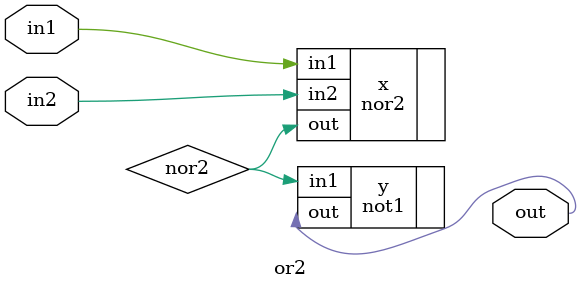
<source format=v>
/*
    CS/ECE 552 Spring '22
    Homework #1, Problem 2

    2 input OR
*/
module or2 (out,in1,in2);
    output out;
    input in1,in2;
    wire nor2;
    nor2 x(.out(nor2), .in1(in1), .in2(in2));
    not1 y(.out(out), .in1(nor2));
endmodule

</source>
